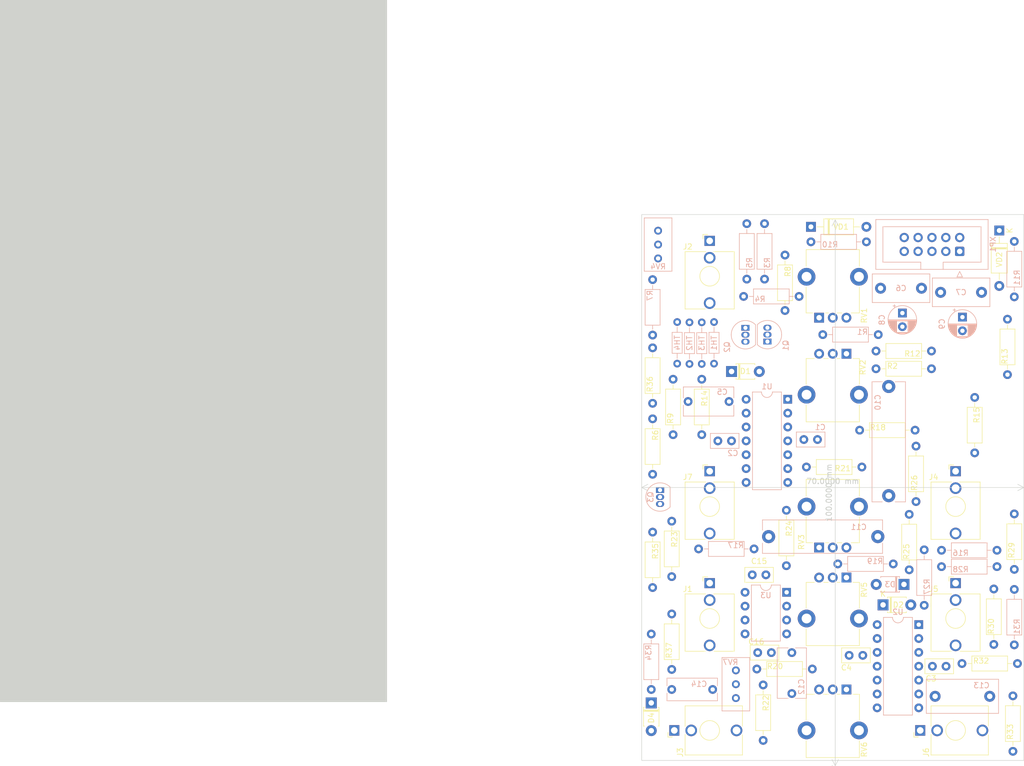
<source format=kicad_pcb>
(kicad_pcb (version 20211014) (generator pcbnew)

  (general
    (thickness 1.6)
  )

  (paper "A4")
  (layers
    (0 "F.Cu" signal)
    (31 "B.Cu" signal)
    (32 "B.Adhes" user "B.Adhesive")
    (33 "F.Adhes" user "F.Adhesive")
    (34 "B.Paste" user)
    (35 "F.Paste" user)
    (36 "B.SilkS" user "B.Silkscreen")
    (37 "F.SilkS" user "F.Silkscreen")
    (38 "B.Mask" user)
    (39 "F.Mask" user)
    (40 "Dwgs.User" user "User.Drawings")
    (41 "Cmts.User" user "User.Comments")
    (42 "Eco1.User" user "User.Eco1")
    (43 "Eco2.User" user "User.Eco2")
    (44 "Edge.Cuts" user)
    (45 "Margin" user)
    (46 "B.CrtYd" user "B.Courtyard")
    (47 "F.CrtYd" user "F.Courtyard")
    (48 "B.Fab" user)
    (49 "F.Fab" user)
    (50 "User.1" user)
    (51 "User.2" user)
    (52 "User.3" user)
    (53 "User.4" user)
    (54 "User.5" user)
    (55 "User.6" user)
    (56 "User.7" user)
    (57 "User.8" user)
    (58 "User.9" user)
  )

  (setup
    (pad_to_mask_clearance 0)
    (pcbplotparams
      (layerselection 0x00010fc_ffffffff)
      (disableapertmacros false)
      (usegerberextensions false)
      (usegerberattributes true)
      (usegerberadvancedattributes true)
      (creategerberjobfile true)
      (svguseinch false)
      (svgprecision 6)
      (excludeedgelayer true)
      (plotframeref false)
      (viasonmask false)
      (mode 1)
      (useauxorigin false)
      (hpglpennumber 1)
      (hpglpenspeed 20)
      (hpglpendiameter 15.000000)
      (dxfpolygonmode true)
      (dxfimperialunits true)
      (dxfusepcbnewfont true)
      (psnegative false)
      (psa4output false)
      (plotreference true)
      (plotvalue true)
      (plotinvisibletext false)
      (sketchpadsonfab false)
      (subtractmaskfromsilk false)
      (outputformat 1)
      (mirror false)
      (drillshape 1)
      (scaleselection 1)
      (outputdirectory "")
    )
  )

  (net 0 "")
  (net 1 "+12V")
  (net 2 "GNDREF")
  (net 3 "-12V")
  (net 4 "Net-(C5-Pad1)")
  (net 5 "Net-(C10-Pad1)")
  (net 6 "Net-(C10-Pad2)")
  (net 7 "Net-(C11-Pad1)")
  (net 8 "Net-(C11-Pad2)")
  (net 9 "Net-(C12-Pad1)")
  (net 10 "Net-(C12-Pad2)")
  (net 11 "Net-(C13-Pad1)")
  (net 12 "Net-(C13-Pad2)")
  (net 13 "Net-(D1-Pad2)")
  (net 14 "Net-(D2-Pad2)")
  (net 15 "Net-(C14-Pad1)")
  (net 16 "Net-(Q1-Pad3)")
  (net 17 "Net-(Q2-Pad1)")
  (net 18 "Net-(R1-Pad1)")
  (net 19 "Net-(R2-Pad1)")
  (net 20 "Net-(R3-Pad1)")
  (net 21 "Net-(R3-Pad2)")
  (net 22 "Net-(R4-Pad1)")
  (net 23 "Net-(R4-Pad2)")
  (net 24 "Net-(R5-Pad1)")
  (net 25 "Net-(J2-PadT)")
  (net 26 "Net-(R6-Pad1)")
  (net 27 "Net-(R6-Pad2)")
  (net 28 "Net-(R7-Pad2)")
  (net 29 "Net-(R10-Pad1)")
  (net 30 "Net-(R11-Pad2)")
  (net 31 "Net-(R12-Pad2)")
  (net 32 "Net-(R16-Pad1)")
  (net 33 "Net-(R19-Pad2)")
  (net 34 "Net-(R20-Pad1)")
  (net 35 "Net-(J4-PadT)")
  (net 36 "Net-(R23-Pad1)")
  (net 37 "Net-(R23-Pad2)")
  (net 38 "Net-(R24-Pad2)")
  (net 39 "Net-(R25-Pad2)")
  (net 40 "Net-(R27-Pad2)")
  (net 41 "Net-(R29-Pad1)")
  (net 42 "Net-(R31-Pad1)")
  (net 43 "Net-(J5-PadT)")
  (net 44 "Net-(J6-PadT)")
  (net 45 "Net-(R33-Pad2)")
  (net 46 "/FM IN LVL")
  (net 47 "Net-(J3-PadT)")
  (net 48 "unconnected-(RV7-Pad1)")
  (net 49 "Net-(VD1-Pad2)")
  (net 50 "Net-(VD2-Pad1)")
  (net 51 "Net-(C14-Pad2)")
  (net 52 "Net-(D4-Pad1)")
  (net 53 "unconnected-(J4-PadTN)")
  (net 54 "unconnected-(J5-PadTN)")
  (net 55 "unconnected-(J6-PadTN)")
  (net 56 "Net-(J7-PadT)")
  (net 57 "Net-(Q1-Pad2)")
  (net 58 "Net-(Q3-Pad3)")
  (net 59 "Net-(R37-Pad1)")
  (net 60 "Net-(U3-Pad3)")

  (footprint "Capacitor_THT:C_Disc_D5.0mm_W2.5mm_P2.50mm" (layer "F.Cu") (at 41.25 94.25))

  (footprint "SynthMages:Jack_3.5mm_QingPu_WQP-PJ398SM_Vertical_CircularHoles_Socket_Centered" (layer "F.Cu") (at 32.45 88))

  (footprint "Resistor_THT:R_Axial_DIN0207_L6.3mm_D2.5mm_P10.16mm_Horizontal" (layer "F.Cu") (at 42.25 100.17 -90))

  (footprint "SynthMages:Potentiometer_Alpha_RD901F-40-00D_Single_Vertical_CircularHoles_Shaft_Centered" (layer "F.Cu") (at 55 47 -90))

  (footprint "Resistor_THT:R_Axial_DIN0207_L6.3mm_D2.5mm_P10.16mm_Horizontal" (layer "F.Cu") (at 60.33 60.25 180))

  (footprint "SynthMages:Jack_3.5mm_QingPu_WQP-PJ398SM_Vertical_CircularHoles_Socket_Centered" (layer "F.Cu") (at 77.5 88))

  (footprint "Resistor_THT:R_Axial_DIN0207_L6.3mm_D2.5mm_P10.16mm_Horizontal" (layer "F.Cu") (at 22 51.42 -90))

  (footprint "SynthMages:Jack_3.5mm_QingPu_WQP-PJ398SM_Vertical_CircularHoles_Socket_Centered" (layer "F.Cu") (at 32.45 67.5))

  (footprint "Resistor_THT:R_Axial_DIN0207_L6.3mm_D2.5mm_P10.16mm_Horizontal" (layer "F.Cu") (at 78.67 96.25))

  (footprint "SynthMages:Jack_3.5mm_QingPu_WQP-PJ398SM_Vertical_CircularHoles_Socket_Centered" (layer "F.Cu") (at 77.5 108.5 90))

  (footprint "SynthMages:Jack_3.5mm_QingPu_WQP-PJ398SM_Vertical_CircularHoles_Socket_Centered" (layer "F.Cu") (at 32.45 25.3))

  (footprint "Resistor_THT:R_Axial_DIN0207_L6.3mm_D2.5mm_P10.16mm_Horizontal" (layer "F.Cu") (at 46.5 68.17 -90))

  (footprint "Resistor_THT:R_Axial_DIN0207_L6.3mm_D2.5mm_P10.16mm_Horizontal" (layer "F.Cu") (at 88 112.33 90))

  (footprint "Resistor_THT:R_Axial_DIN0207_L6.3mm_D2.5mm_P10.16mm_Horizontal" (layer "F.Cu") (at 88.25 79 90))

  (footprint "Capacitor_THT:C_Disc_D5.0mm_W2.5mm_P2.50mm" (layer "F.Cu") (at 40.25 80))

  (footprint "Capacitor_THT:C_Disc_D5.0mm_W2.5mm_P2.50mm" (layer "F.Cu") (at 58 94.75))

  (footprint "Resistor_THT:R_Axial_DIN0207_L6.3mm_D2.5mm_P10.16mm_Horizontal" (layer "F.Cu") (at 81 47.5 -90))

  (footprint "SynthMages:Potentiometer_Alpha_RD901F-40-00D_Single_Vertical_CircularHoles_Shaft_Centered" (layer "F.Cu") (at 55 88 -90))

  (footprint "Resistor_THT:R_Axial_DIN0207_L6.3mm_D2.5mm_P10.16mm_Horizontal" (layer "F.Cu") (at 73.08 39 180))

  (footprint "Diode_THT:D_A-405_P10.16mm_Horizontal" (layer "F.Cu") (at 85.5 16.92 -90))

  (footprint "Capacitor_THT:C_Disc_D5.0mm_W2.5mm_P2.50mm" (layer "F.Cu") (at 73.25 96.75))

  (footprint "Diode_THT:D_T-1_P5.08mm_Horizontal" (layer "F.Cu") (at 64.21 85.5))

  (footprint "SynthMages:Jack_3.5mm_QingPu_WQP-PJ398SM_Vertical_CircularHoles_Socket_Centered" (layer "F.Cu") (at 32.45 108.5 90))

  (footprint "Resistor_THT:R_Axial_DIN0207_L6.3mm_D2.5mm_P10.16mm_Horizontal" (layer "F.Cu") (at 22 48.58 90))

  (footprint "Diode_THT:D_T-1_P5.08mm_Horizontal" (layer "F.Cu") (at 36.46 42.75))

  (footprint "Resistor_THT:R_Axial_DIN0207_L6.3mm_D2.5mm_P10.16mm_Horizontal" (layer "F.Cu") (at 62.92 42.25))

  (footprint "Resistor_THT:R_Axial_DIN0207_L6.3mm_D2.5mm_P10.16mm_Horizontal" (layer "F.Cu") (at 25.5 97.33 90))

  (footprint "Resistor_THT:R_Axial_DIN0207_L6.3mm_D2.5mm_P10.16mm_Horizontal" (layer "F.Cu") (at 22 72.17 -90))

  (footprint "SynthMages:Potentiometer_Alpha_RD901F-40-00D_Single_Vertical_CircularHoles_Shaft_Centered" (layer "F.Cu") (at 55 25.4 90))

  (footprint "Resistor_THT:R_Axial_DIN0207_L6.3mm_D2.5mm_P10.16mm_Horizontal" (layer "F.Cu") (at 84.5 92.75 90))

  (footprint "Resistor_THT:R_Axial_DIN0207_L6.3mm_D2.5mm_P10.16mm_Horizontal" (layer "F.Cu") (at 51.25 97.25 180))

  (footprint "Resistor_THT:R_Axial_DIN0207_L6.3mm_D2.5mm_P10.16mm_Horizontal" (layer "F.Cu") (at 46.25 21.42 -90))

  (footprint "Diode_THT:D_T-1_P5.08mm_Horizontal" (layer "F.Cu") (at 21.75 103.46 -90))

  (footprint "Resistor_THT:R_Axial_DIN0207_L6.3mm_D2.5mm_P10.16mm_Horizontal" (layer "F.Cu") (at 87 43.33 90))

  (footprint "Resistor_THT:R_Axial_DIN0207_L6.3mm_D2.5mm_P10.16mm_Horizontal" (layer "F.Cu") (at 69 79.08 90))

  (footprint "SynthMages:Potentiometer_Alpha_RD901F-40-00D_Single_Vertical_CircularHoles_Shaft_Centered" (layer "F.Cu") (at 55 67.5 90))

  (footprint "Resistor_THT:R_Axial_DIN0207_L6.3mm_D2.5mm_P10.16mm_Horizontal" (layer "F.Cu") (at 25.75 54.33 90))

  (footprint "Resistor_THT:R_Axial_DIN0207_L6.3mm_D2.5mm_P10.16mm_Horizontal" (layer "F.Cu") (at 25.5 70.17 -90))

  (footprint "Resistor_THT:R_Axial_DIN0207_L6.3mm_D2.5mm_P10.16mm_Horizontal" (layer "F.Cu") (at 70.25 66.58 90))

  (footprint "Resistor_THT:R_Axial_DIN0207_L6.3mm_D2.5mm_P10.16mm_Horizontal" (layer "F.Cu") (at 59.92 53.5))

  (footprint "Resistor_THT:R_Axial_DIN0207_L6.3mm_D2.5mm_P10.16mm_Horizontal" (layer "F.Cu") (at 31 44.17 -90))

  (footprint "Diode_THT:D_A-405_P10.16mm_Horizontal" (layer "F.Cu") (at 51 16.25))

  (footprint "SynthMages:Jack_3.5mm_QingPu_WQP-PJ398SM_Vertical_CircularHoles_Socket_Centered" (layer "F.Cu") (at 77.5 67.5))

  (footprint "SynthMages:Potentiometer_Alpha_RD901F-40-00D_Single_Vertical_CircularHoles_Shaft_Centered" (layer "F.Cu") (at 55 108.5 -90))

  (footprint "Resistor_THT:R_Axial_DIN0207_L6.3mm_D2.5mm_P10.16mm_Horizontal" (layer "B.Cu") (at 53.17 36))

  (footprint "Resistor_THT:R_Axial_DIN0207_L6.3mm_D2.5mm_P10.16mm_Horizontal" (layer "B.Cu") (at 39.25 25.83 90))

  (footprint "Resistor_THT:R_Axial_DIN0207_L6.3mm_D2.5mm_P10.16mm_Horizontal" (layer "B.Cu") (at 40.58 75.25 180))

  (footprint "Resistor_THT:R_Axial_DIN0207_L6.3mm_D2.5mm_P10.16mm_Horizontal" (layer "B.Cu")
    (tedit 5AE5139B) (tstamp 113af8af-bb2c-45b6-adcb-bb42dbd1e7e4)
    (at 74.92 75.5)
    (descr "Resistor, Axial_DI
... [170439 chars truncated]
</source>
